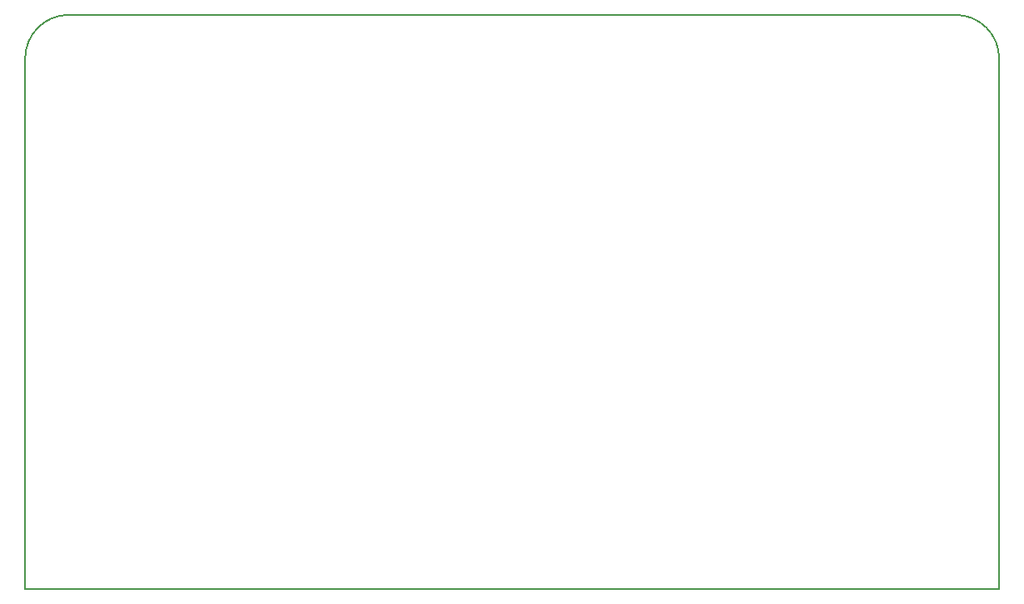
<source format=gm1>
G04 #@! TF.FileFunction,Profile,NP*
%FSLAX46Y46*%
G04 Gerber Fmt 4.6, Leading zero omitted, Abs format (unit mm)*
G04 Created by KiCad (PCBNEW 4.0.7) date 01/25/20 16:08:00*
%MOMM*%
%LPD*%
G01*
G04 APERTURE LIST*
%ADD10C,0.100000*%
%ADD11C,0.150000*%
G04 APERTURE END LIST*
D10*
D11*
X95250000Y-148590000D02*
X95250000Y-94615000D01*
X194310000Y-94615000D02*
X194310000Y-148590000D01*
X194310000Y-94615000D02*
G75*
G03X189865000Y-90170000I-4445000J0D01*
G01*
X189865000Y-90170000D02*
X99695000Y-90170000D01*
X194310000Y-148590000D02*
X95250000Y-148590000D01*
X99695000Y-90170000D02*
G75*
G03X95250000Y-94615000I0J-4445000D01*
G01*
M02*

</source>
